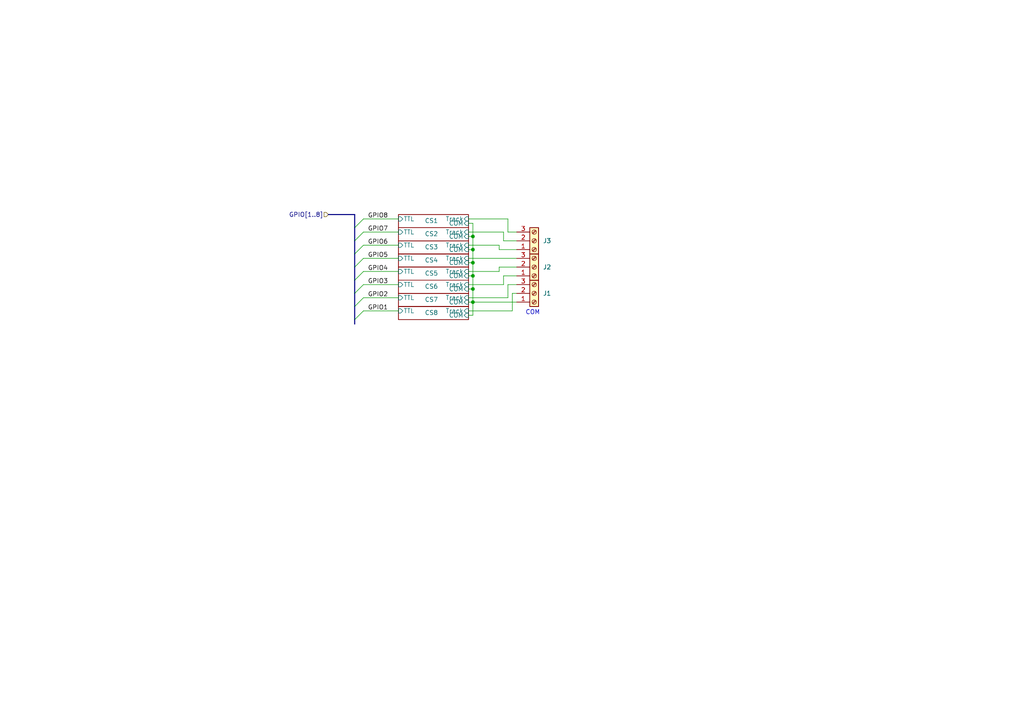
<source format=kicad_sch>
(kicad_sch (version 20231120) (generator "eeschema") (generator_version "8.0")
  (paper "A4")
  (lib_symbols
    (symbol "Connector:Screw_Terminal_01x03" (pin_names (offset 1.016) hide)
      (property "Reference" "J" (at 0 5.08 0))
      (property "Value" "Screw_Terminal_01x03" (at 0 -5.08 0))
      (symbol "Screw_Terminal_01x03_1_1"
        (rectangle (start -1.27 3.81) (end 1.27 -3.81) (stroke (width 0.254)) (fill (type background)))
        (circle (center 0 -2.54) (radius 0.635) (stroke (width 0.1524)))
        (polyline (pts (xy -0.5334 -2.2098) (xy 0.3302 -3.048)) (stroke (width 0.1524)))
        (polyline (pts (xy -0.5334 0.3302) (xy 0.3302 -0.508)) (stroke (width 0.1524)))
        (polyline (pts (xy -0.5334 2.8702) (xy 0.3302 2.032)) (stroke (width 0.1524)))
        (polyline (pts (xy -0.3556 -2.032) (xy 0.508 -2.8702)) (stroke (width 0.1524)))
        (polyline (pts (xy -0.3556 0.508) (xy 0.508 -0.3302)) (stroke (width 0.1524)))
        (polyline (pts (xy -0.3556 3.048) (xy 0.508 2.2098)) (stroke (width 0.1524)))
        (circle (center 0 0) (radius 0.635) (stroke (width 0.1524)))
        (circle (center 0 2.54) (radius 0.635) (stroke (width 0.1524)))
        (pin passive line (at -5.08 2.54 0) (length 3.81) (name "Pin_1") (number "1"))
        (pin passive line (at -5.08 0 0) (length 3.81) (name "Pin_2") (number "2"))
        (pin passive line (at -5.08 -2.54 0) (length 3.81) (name "Pin_3") (number "3"))
      )
    )
  )
  (junction (at 137.16 76.2))
  (junction (at 137.16 83.82))
  (junction (at 137.16 68.58))
  (junction (at 137.16 72.39))
  (junction (at 137.16 87.63))
  (junction (at 137.16 80.01))
  (bus_entry (at 105.41 82.55) (size -2.54 2.54))
  (bus_entry (at 105.41 74.93) (size -2.54 2.54))
  (bus_entry (at 105.41 63.5) (size -2.54 2.54))
  (bus_entry (at 105.41 86.36) (size -2.54 2.54))
  (bus_entry (at 105.41 90.17) (size -2.54 2.54))
  (bus_entry (at 105.41 78.74) (size -2.54 2.54))
  (bus_entry (at 105.41 67.31) (size -2.54 2.54))
  (bus_entry (at 105.41 71.12) (size -2.54 2.54))
  (wire (pts (xy 135.89 71.12) (xy 144.78 71.12)))
  (wire (pts (xy 137.16 87.63) (xy 149.86 87.63)))
  (wire (pts (xy 137.16 68.58) (xy 137.16 72.39)))
  (wire (pts (xy 115.57 82.55) (xy 105.41 82.55)))
  (wire (pts (xy 137.16 83.82) (xy 137.16 87.63)))
  (wire (pts (xy 147.32 82.55) (xy 149.86 82.55)))
  (wire (pts (xy 144.78 72.39) (xy 149.86 72.39)))
  (wire (pts (xy 147.32 63.5) (xy 147.32 67.31)))
  (wire (pts (xy 115.57 86.36) (xy 105.41 86.36)))
  (wire (pts (xy 137.16 72.39) (xy 135.89 72.39)))
  (wire (pts (xy 137.16 68.58) (xy 135.89 68.58)))
  (wire (pts (xy 147.32 67.31) (xy 149.86 67.31)))
  (wire (pts (xy 115.57 71.12) (xy 105.41 71.12)))
  (bus (pts (xy 102.87 73.66) (xy 102.87 77.47)))
  (bus (pts (xy 102.87 66.04) (xy 102.87 69.85)))
  (wire (pts (xy 137.16 72.39) (xy 137.16 76.2)))
  (wire (pts (xy 144.78 71.12) (xy 144.78 72.39)))
  (wire (pts (xy 135.89 67.31) (xy 146.05 67.31)))
  (bus (pts (xy 102.87 62.23) (xy 102.87 66.04)))
  (wire (pts (xy 137.16 83.82) (xy 135.89 83.82)))
  (bus (pts (xy 102.87 62.23) (xy 95.25 62.23)))
  (wire (pts (xy 135.89 74.93) (xy 149.86 74.93)))
  (wire (pts (xy 148.59 90.17) (xy 148.59 85.09)))
  (bus (pts (xy 102.87 85.09) (xy 102.87 88.9)))
  (wire (pts (xy 135.89 64.77) (xy 137.16 64.77)))
  (wire (pts (xy 137.16 80.01) (xy 137.16 83.82)))
  (wire (pts (xy 135.89 63.5) (xy 147.32 63.5)))
  (wire (pts (xy 144.78 78.74) (xy 144.78 77.47)))
  (wire (pts (xy 147.32 86.36) (xy 147.32 82.55)))
  (wire (pts (xy 137.16 87.63) (xy 135.89 87.63)))
  (wire (pts (xy 115.57 67.31) (xy 105.41 67.31)))
  (wire (pts (xy 146.05 80.01) (xy 149.86 80.01)))
  (wire (pts (xy 115.57 78.74) (xy 105.41 78.74)))
  (bus (pts (xy 102.87 69.85) (xy 102.87 73.66)))
  (wire (pts (xy 115.57 63.5) (xy 105.41 63.5)))
  (wire (pts (xy 135.89 86.36) (xy 147.32 86.36)))
  (wire (pts (xy 146.05 67.31) (xy 146.05 69.85)))
  (wire (pts (xy 146.05 82.55) (xy 146.05 80.01)))
  (bus (pts (xy 102.87 81.28) (xy 102.87 85.09)))
  (wire (pts (xy 137.16 87.63) (xy 137.16 91.44)))
  (wire (pts (xy 115.57 90.17) (xy 105.41 90.17)))
  (wire (pts (xy 115.57 74.93) (xy 105.41 74.93)))
  (wire (pts (xy 146.05 69.85) (xy 149.86 69.85)))
  (wire (pts (xy 137.16 64.77) (xy 137.16 68.58)))
  (wire (pts (xy 135.89 90.17) (xy 148.59 90.17)))
  (wire (pts (xy 135.89 78.74) (xy 144.78 78.74)))
  (wire (pts (xy 135.89 82.55) (xy 146.05 82.55)))
  (bus (pts (xy 102.87 88.9) (xy 102.87 92.71)))
  (bus (pts (xy 102.87 92.71) (xy 102.87 93.98)))
  (wire (pts (xy 144.78 77.47) (xy 149.86 77.47)))
  (wire (pts (xy 148.59 85.09) (xy 149.86 85.09)))
  (bus (pts (xy 102.87 77.47) (xy 102.87 81.28)))
  (wire (pts (xy 137.16 80.01) (xy 135.89 80.01)))
  (wire (pts (xy 137.16 91.44) (xy 135.89 91.44)))
  (wire (pts (xy 137.16 76.2) (xy 137.16 80.01)))
  (wire (pts (xy 137.16 76.2) (xy 135.89 76.2)))
  (text "COM" (at 152.4 91.44 0) (effects (font (size 1.27 1.27)) (justify left bottom)))
  (label "GPIO6" (at 106.68 71.12 0))
  (label "GPIO1" (at 106.68 90.17 0))
  (label "GPIO3" (at 106.68 82.55 0))
  (label "GPIO2" (at 106.68 86.36 0))
  (label "GPIO8" (at 106.68 63.5 0))
  (label "GPIO4" (at 106.68 78.74 0))
  (label "GPIO7" (at 106.68 67.31 0))
  (label "GPIO5" (at 106.68 74.93 0))
  (hierarchical_label "GPIO[1..8]" (shape input) (at 95.25 62.23 180))
  (symbol (lib_id "Connector:Screw_Terminal_01x03") (at 154.94 69.85 0) (mirror x) (unit 1)
    (property "Reference" "J3" (at 157.48 69.85 0) (effects (justify left)))
    (property "Value" "Screw_Terminal_01x03" (effects (hide yes)))
    (property "Footprint" "TerminalBlock_Phoenix:TerminalBlock_Phoenix_MKDS-1,5-3-5.08_1x03_P5.08mm_Horizontal" (effects (hide yes)))
    (property "JLCPCB Part#" "C557666" (effects (hide yes)))
    (instances (project "OccupancyDecoder" (path "" (reference "J3") (unit 1)) (path "" (reference "J6") (unit 1))) (project "OS-S88n" (path "" (reference "J101") (unit 1))) (project "S88_UNO_SHIELD" (path "" (reference "J301") (unit 1)) (path "" (reference "J401") (unit 1))))
  )
  (symbol (lib_id "Connector:Screw_Terminal_01x03") (at 154.94 77.47 0) (mirror x) (unit 1)
    (property "Reference" "J2" (at 157.48 77.47 0) (effects (justify left)))
    (property "Value" "Screw_Terminal_01x03" (effects (hide yes)))
    (property "Footprint" "TerminalBlock_Phoenix:TerminalBlock_Phoenix_MKDS-1,5-3-5.08_1x03_P5.08mm_Horizontal" (effects (hide yes)))
    (property "JLCPCB Part#" "C557666" (effects (hide yes)))
    (instances (project "OccupancyDecoder" (path "" (reference "J2") (unit 1)) (path "" (reference "J5") (unit 1))) (project "OS-S88n" (path "" (reference "J101") (unit 1))) (project "S88_UNO_SHIELD" (path "" (reference "J302") (unit 1)) (path "" (reference "J402") (unit 1))))
  )
  (symbol (lib_id "Connector:Screw_Terminal_01x03") (at 154.94 85.09 0) (mirror x) (unit 1)
    (property "Reference" "J1" (at 157.48 85.09 0) (effects (justify left)))
    (property "Value" "Screw_Terminal_01x03" (effects (hide yes)))
    (property "Footprint" "TerminalBlock_Phoenix:TerminalBlock_Phoenix_MKDS-1,5-3-5.08_1x03_P5.08mm_Horizontal" (effects (hide yes)))
    (property "JLCPCB Part#" "C557666" (effects (hide yes)))
    (instances (project "OccupancyDecoder" (path "" (reference "J1") (unit 1)) (path "" (reference "J4") (unit 1))) (project "OS-S88n" (path "" (reference "J101") (unit 1))) (project "S88_UNO_SHIELD" (path "" (reference "J303") (unit 1)) (path "" (reference "J403") (unit 1))))
  )
  (sheet (at 115.57 73.66) (size 20.32 3.81) (stroke (width 0.1524))
    (property "Sheetname" "CS4" (at 123.19 76.2 0) (effects (justify left bottom)))
    (property "Sheetfile" "currentSense.kicad_sch" (effects (hide yes)))
    (pin "Track" input (at 135.89 74.93 0))
    (pin "COM" input (at 135.89 76.2 0))
    (pin "TTL" input (at 115.57 74.93 180))
  )
  (sheet (at 115.57 69.85) (size 20.32 3.81) (stroke (width 0.1524))
    (property "Sheetname" "CS3" (at 123.19 72.39 0) (effects (justify left bottom)))
    (property "Sheetfile" "currentSense.kicad_sch" (effects (hide yes)))
    (pin "Track" input (at 135.89 71.12 0))
    (pin "COM" input (at 135.89 72.39 0))
    (pin "TTL" input (at 115.57 71.12 180))
  )
  (sheet (at 115.57 81.28) (size 20.32 3.81) (stroke (width 0.1524))
    (property "Sheetname" "CS6" (at 123.19 83.82 0) (effects (justify left bottom)))
    (property "Sheetfile" "currentSense.kicad_sch" (effects (hide yes)))
    (pin "Track" input (at 135.89 82.55 0))
    (pin "COM" input (at 135.89 83.82 0))
    (pin "TTL" input (at 115.57 82.55 180))
  )
  (sheet (at 115.57 62.23) (size 20.32 3.81) (stroke (width 0.1524))
    (property "Sheetname" "CS1" (at 123.19 64.77 0) (effects (justify left bottom)))
    (property "Sheetfile" "currentSense.kicad_sch" (effects (hide yes)))
    (pin "Track" input (at 135.89 63.5 0))
    (pin "COM" input (at 135.89 64.77 0))
    (pin "TTL" input (at 115.57 63.5 180))
  )
  (sheet (at 115.57 85.09) (size 20.32 3.81) (stroke (width 0.1524))
    (property "Sheetname" "CS7" (at 123.19 87.63 0) (effects (justify left bottom)))
    (property "Sheetfile" "currentSense.kicad_sch" (effects (hide yes)))
    (pin "Track" input (at 135.89 86.36 0))
    (pin "COM" input (at 135.89 87.63 0))
    (pin "TTL" input (at 115.57 86.36 180))
  )
  (sheet (at 115.57 88.9) (size 20.32 3.81) (stroke (width 0.1524))
    (property "Sheetname" "CS8" (at 123.19 91.44 0) (effects (justify left bottom)))
    (property "Sheetfile" "currentSense.kicad_sch" (effects (hide yes)))
    (pin "Track" input (at 135.89 90.17 0))
    (pin "COM" input (at 135.89 91.44 0))
    (pin "TTL" input (at 115.57 90.17 180))
  )
  (sheet (at 115.57 77.47) (size 20.32 3.81) (stroke (width 0.1524))
    (property "Sheetname" "CS5" (at 123.19 80.01 0) (effects (justify left bottom)))
    (property "Sheetfile" "currentSense.kicad_sch" (effects (hide yes)))
    (pin "Track" input (at 135.89 78.74 0))
    (pin "COM" input (at 135.89 80.01 0))
    (pin "TTL" input (at 115.57 78.74 180))
  )
  (sheet (at 115.57 66.04) (size 20.32 3.81) (stroke (width 0.1524))
    (property "Sheetname" "CS2" (at 123.19 68.58 0) (effects (justify left bottom)))
    (property "Sheetfile" "currentSense.kicad_sch" (effects (hide yes)))
    (pin "Track" input (at 135.89 67.31 0))
    (pin "COM" input (at 135.89 68.58 0))
    (pin "TTL" input (at 115.57 67.31 180))
  )
)
</source>
